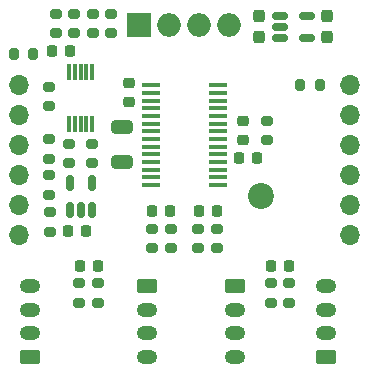
<source format=gts>
G04 #@! TF.GenerationSoftware,KiCad,Pcbnew,7.0.1*
G04 #@! TF.CreationDate,2023-07-16T02:59:38+02:00*
G04 #@! TF.ProjectId,ADS1234_mass_sensor,41445331-3233-4345-9f6d-6173735f7365,1*
G04 #@! TF.SameCoordinates,Original*
G04 #@! TF.FileFunction,Soldermask,Top*
G04 #@! TF.FilePolarity,Negative*
%FSLAX46Y46*%
G04 Gerber Fmt 4.6, Leading zero omitted, Abs format (unit mm)*
G04 Created by KiCad (PCBNEW 7.0.1) date 2023-07-16 02:59:38*
%MOMM*%
%LPD*%
G01*
G04 APERTURE LIST*
G04 Aperture macros list*
%AMRoundRect*
0 Rectangle with rounded corners*
0 $1 Rounding radius*
0 $2 $3 $4 $5 $6 $7 $8 $9 X,Y pos of 4 corners*
0 Add a 4 corners polygon primitive as box body*
4,1,4,$2,$3,$4,$5,$6,$7,$8,$9,$2,$3,0*
0 Add four circle primitives for the rounded corners*
1,1,$1+$1,$2,$3*
1,1,$1+$1,$4,$5*
1,1,$1+$1,$6,$7*
1,1,$1+$1,$8,$9*
0 Add four rect primitives between the rounded corners*
20,1,$1+$1,$2,$3,$4,$5,0*
20,1,$1+$1,$4,$5,$6,$7,0*
20,1,$1+$1,$6,$7,$8,$9,0*
20,1,$1+$1,$8,$9,$2,$3,0*%
G04 Aperture macros list end*
%ADD10RoundRect,0.200000X-0.275000X0.200000X-0.275000X-0.200000X0.275000X-0.200000X0.275000X0.200000X0*%
%ADD11RoundRect,0.150000X0.150000X-0.512500X0.150000X0.512500X-0.150000X0.512500X-0.150000X-0.512500X0*%
%ADD12RoundRect,0.250000X-0.625000X0.350000X-0.625000X-0.350000X0.625000X-0.350000X0.625000X0.350000X0*%
%ADD13O,1.750000X1.200000*%
%ADD14RoundRect,0.250000X0.625000X-0.350000X0.625000X0.350000X-0.625000X0.350000X-0.625000X-0.350000X0*%
%ADD15RoundRect,0.200000X0.275000X-0.200000X0.275000X0.200000X-0.275000X0.200000X-0.275000X-0.200000X0*%
%ADD16RoundRect,0.250000X-0.650000X0.325000X-0.650000X-0.325000X0.650000X-0.325000X0.650000X0.325000X0*%
%ADD17RoundRect,0.225000X-0.225000X-0.250000X0.225000X-0.250000X0.225000X0.250000X-0.225000X0.250000X0*%
%ADD18C,2.200000*%
%ADD19R,2.000000X2.000000*%
%ADD20O,2.000000X2.000000*%
%ADD21O,1.700000X1.700000*%
%ADD22RoundRect,0.225000X0.225000X0.250000X-0.225000X0.250000X-0.225000X-0.250000X0.225000X-0.250000X0*%
%ADD23RoundRect,0.200000X0.200000X0.275000X-0.200000X0.275000X-0.200000X-0.275000X0.200000X-0.275000X0*%
%ADD24RoundRect,0.225000X-0.250000X0.225000X-0.250000X-0.225000X0.250000X-0.225000X0.250000X0.225000X0*%
%ADD25RoundRect,0.237500X-0.237500X0.300000X-0.237500X-0.300000X0.237500X-0.300000X0.237500X0.300000X0*%
%ADD26RoundRect,0.087500X-0.712500X-0.087500X0.712500X-0.087500X0.712500X0.087500X-0.712500X0.087500X0*%
%ADD27RoundRect,0.150000X-0.512500X-0.150000X0.512500X-0.150000X0.512500X0.150000X-0.512500X0.150000X0*%
%ADD28RoundRect,0.200000X-0.200000X-0.275000X0.200000X-0.275000X0.200000X0.275000X-0.200000X0.275000X0*%
%ADD29R,0.300000X1.400000*%
G04 APERTURE END LIST*
D10*
X104645000Y-66545000D03*
X104645000Y-68195000D03*
X114720000Y-71145000D03*
X114720000Y-72795000D03*
D11*
X97690000Y-64950000D03*
X98640000Y-64950000D03*
X99590000Y-64950000D03*
X99590000Y-62675000D03*
X97690000Y-62675000D03*
D12*
X111670000Y-71395000D03*
D13*
X111670000Y-73395000D03*
X111670000Y-75395000D03*
X111670000Y-77395000D03*
D10*
X100095000Y-71145000D03*
X100095000Y-72795000D03*
D14*
X119370000Y-77395000D03*
D13*
X119370000Y-75395000D03*
X119370000Y-73395000D03*
X119370000Y-71395000D03*
D15*
X95970000Y-60595000D03*
X95970000Y-58945000D03*
D16*
X102090000Y-57945000D03*
X102090000Y-60895000D03*
D15*
X99595000Y-60995000D03*
X99595000Y-59345000D03*
D17*
X108620000Y-65070000D03*
X110170000Y-65070000D03*
D18*
X113915000Y-63752500D03*
D19*
X103605000Y-49290000D03*
D20*
X106145000Y-49290000D03*
D21*
X93415000Y-54370000D03*
X93415000Y-56910000D03*
X93415000Y-59450000D03*
X93415000Y-61990000D03*
X93415000Y-64530000D03*
X93415000Y-67070000D03*
X121415000Y-67070000D03*
X121415000Y-64530000D03*
X121415000Y-61990000D03*
X121415000Y-59450000D03*
X121415000Y-56910000D03*
X121415000Y-54370000D03*
D20*
X108685000Y-49290000D03*
X111225000Y-49290000D03*
D10*
X106245000Y-66545000D03*
X106245000Y-68195000D03*
D22*
X106220000Y-65070000D03*
X104670000Y-65070000D03*
D23*
X118870000Y-54345000D03*
X117220000Y-54345000D03*
D22*
X116295000Y-69670000D03*
X114745000Y-69670000D03*
D10*
X99645000Y-48345000D03*
X99645000Y-49995000D03*
X108595000Y-66545000D03*
X108595000Y-68195000D03*
D15*
X114445000Y-59045000D03*
X114445000Y-57395000D03*
X95995000Y-66795000D03*
X95995000Y-65145000D03*
D22*
X97770000Y-51470000D03*
X96220000Y-51470000D03*
D12*
X104270000Y-71395000D03*
D13*
X104270000Y-73395000D03*
X104270000Y-75395000D03*
X104270000Y-77395000D03*
D24*
X102720000Y-54220000D03*
X102720000Y-55770000D03*
D25*
X113725000Y-48562500D03*
X113725000Y-50287500D03*
D24*
X112345000Y-57445000D03*
X112345000Y-58995000D03*
D15*
X101195000Y-49995000D03*
X101195000Y-48345000D03*
X95970000Y-63670000D03*
X95970000Y-62020000D03*
D10*
X98520000Y-71145000D03*
X98520000Y-72795000D03*
X116295000Y-71145000D03*
X116295000Y-72795000D03*
D17*
X97545001Y-66720000D03*
X99095001Y-66720000D03*
D26*
X104620000Y-54395000D03*
X104620000Y-55045000D03*
X104620000Y-55695000D03*
X104620000Y-56345000D03*
X104620000Y-56995000D03*
X104620000Y-57645000D03*
X104620000Y-58295000D03*
X104620000Y-58945000D03*
X104620000Y-59595000D03*
X104620000Y-60245000D03*
X104620000Y-60895000D03*
X104620000Y-61545000D03*
X104620000Y-62195000D03*
X104620000Y-62845000D03*
X110220000Y-62845000D03*
X110220000Y-62195000D03*
X110220000Y-61545000D03*
X110220000Y-60895000D03*
X110220000Y-60245000D03*
X110220000Y-59595000D03*
X110220000Y-58945000D03*
X110220000Y-58295000D03*
X110220000Y-57645000D03*
X110220000Y-56995000D03*
X110220000Y-56345000D03*
X110220000Y-55695000D03*
X110220000Y-55045000D03*
X110220000Y-54395000D03*
D27*
X115495000Y-48520001D03*
X115495000Y-49470001D03*
X115495000Y-50420001D03*
X117770000Y-50420001D03*
X117770000Y-48520001D03*
D15*
X96545000Y-49970000D03*
X96545000Y-48320000D03*
X97670000Y-60995000D03*
X97670000Y-59345000D03*
D10*
X110170000Y-66545000D03*
X110170000Y-68195000D03*
D17*
X98545000Y-69670000D03*
X100095000Y-69670000D03*
D25*
X119525000Y-48562500D03*
X119525000Y-50287500D03*
D14*
X94370000Y-77395000D03*
D13*
X94370000Y-75395000D03*
X94370000Y-73395000D03*
X94370000Y-71395000D03*
D22*
X113595000Y-60570000D03*
X112045000Y-60570000D03*
D28*
X92945000Y-51720000D03*
X94595000Y-51720000D03*
D15*
X95970000Y-56170000D03*
X95970000Y-54520000D03*
D29*
X99620000Y-53270000D03*
X99120000Y-53270000D03*
X98620000Y-53270000D03*
X98120000Y-53270000D03*
X97620000Y-53270000D03*
X97620000Y-57670000D03*
X98120000Y-57670000D03*
X98620000Y-57670000D03*
X99120000Y-57670000D03*
X99620000Y-57670000D03*
D10*
X98095000Y-48345000D03*
X98095000Y-49995000D03*
M02*

</source>
